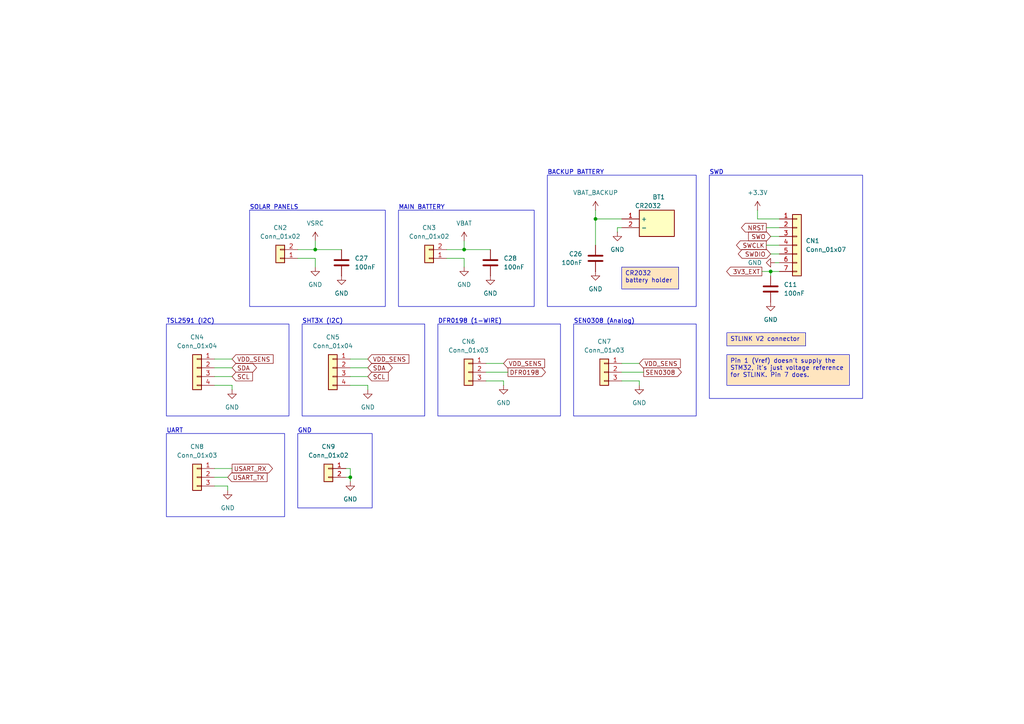
<source format=kicad_sch>
(kicad_sch (version 20250114) (generator "eeschema") (generator_version "9.0")
  (paper "A4")
  (lib_symbols
    (symbol "Connector_Generic:Conn_01x02" (pin_names (offset 1.016) (hide yes))
      (property "Reference" "J" (at 0 2.54 0))
      (property "Value" "Conn_01x02" (at 0 -5.08 0))
      (symbol "Conn_01x02_1_1"
        (rectangle (start -1.27 1.27) (end 1.27 -3.81) (stroke (width 0.254)) (fill (type background)))
        (rectangle (start -1.27 0.127) (end 0 -0.127) (stroke (width 0.1524)))
        (rectangle (start -1.27 -2.413) (end 0 -2.667) (stroke (width 0.1524)))
        (pin passive line (at -5.08 0 0) (length 3.81) (name "Pin_1") (number "1"))
        (pin passive line (at -5.08 -2.54 0) (length 3.81) (name "Pin_2") (number "2"))
      )
    )
    (symbol "Connector_Generic:Conn_01x03" (pin_names (offset 1.016) (hide yes))
      (property "Reference" "J" (at 0 5.08 0))
      (property "Value" "Conn_01x03" (at 0 -5.08 0))
      (symbol "Conn_01x03_1_1"
        (rectangle (start -1.27 3.81) (end 1.27 -3.81) (stroke (width 0.254)) (fill (type background)))
        (rectangle (start -1.27 2.667) (end 0 2.413) (stroke (width 0.1524)))
        (rectangle (start -1.27 0.127) (end 0 -0.127) (stroke (width 0.1524)))
        (rectangle (start -1.27 -2.413) (end 0 -2.667) (stroke (width 0.1524)))
        (pin passive line (at -5.08 2.54 0) (length 3.81) (name "Pin_1") (number "1"))
        (pin passive line (at -5.08 0 0) (length 3.81) (name "Pin_2") (number "2"))
        (pin passive line (at -5.08 -2.54 0) (length 3.81) (name "Pin_3") (number "3"))
      )
    )
    (symbol "Connector_Generic:Conn_01x04" (pin_names (offset 1.016) (hide yes))
      (property "Reference" "J" (at 0 5.08 0))
      (property "Value" "Conn_01x04" (at 0 -7.62 0))
      (symbol "Conn_01x04_1_1"
        (rectangle (start -1.27 3.81) (end 1.27 -6.35) (stroke (width 0.254)) (fill (type background)))
        (rectangle (start -1.27 2.667) (end 0 2.413) (stroke (width 0.1524)))
        (rectangle (start -1.27 0.127) (end 0 -0.127) (stroke (width 0.1524)))
        (rectangle (start -1.27 -2.413) (end 0 -2.667) (stroke (width 0.1524)))
        (rectangle (start -1.27 -4.953) (end 0 -5.207) (stroke (width 0.1524)))
        (pin passive line (at -5.08 2.54 0) (length 3.81) (name "Pin_1") (number "1"))
        (pin passive line (at -5.08 0 0) (length 3.81) (name "Pin_2") (number "2"))
        (pin passive line (at -5.08 -2.54 0) (length 3.81) (name "Pin_3") (number "3"))
        (pin passive line (at -5.08 -5.08 0) (length 3.81) (name "Pin_4") (number "4"))
      )
    )
    (symbol "Connector_Generic:Conn_01x07" (pin_names (offset 1.016) (hide yes))
      (property "Reference" "J" (at 0 10.16 0))
      (property "Value" "Conn_01x07" (at 0 -10.16 0))
      (symbol "Conn_01x07_1_1"
        (rectangle (start -1.27 8.89) (end 1.27 -8.89) (stroke (width 0.254)) (fill (type background)))
        (rectangle (start -1.27 7.747) (end 0 7.493) (stroke (width 0.1524)))
        (rectangle (start -1.27 5.207) (end 0 4.953) (stroke (width 0.1524)))
        (rectangle (start -1.27 2.667) (end 0 2.413) (stroke (width 0.1524)))
        (rectangle (start -1.27 0.127) (end 0 -0.127) (stroke (width 0.1524)))
        (rectangle (start -1.27 -2.413) (end 0 -2.667) (stroke (width 0.1524)))
        (rectangle (start -1.27 -4.953) (end 0 -5.207) (stroke (width 0.1524)))
        (rectangle (start -1.27 -7.493) (end 0 -7.747) (stroke (width 0.1524)))
        (pin passive line (at -5.08 7.62 0) (length 3.81) (name "Pin_1") (number "1"))
        (pin passive line (at -5.08 5.08 0) (length 3.81) (name "Pin_2") (number "2"))
        (pin passive line (at -5.08 2.54 0) (length 3.81) (name "Pin_3") (number "3"))
        (pin passive line (at -5.08 0 0) (length 3.81) (name "Pin_4") (number "4"))
        (pin passive line (at -5.08 -2.54 0) (length 3.81) (name "Pin_5") (number "5"))
        (pin passive line (at -5.08 -5.08 0) (length 3.81) (name "Pin_6") (number "6"))
        (pin passive line (at -5.08 -7.62 0) (length 3.81) (name "Pin_7") (number "7"))
      )
    )
    (symbol "Device:C" (pin_numbers (hide yes)) (pin_names (offset 0.254))
      (property "Reference" "C" (at 0.635 2.54 0))
      (property "Value" "C" (at 0.635 -2.54 0))
      (symbol "C_0_1"
        (polyline (pts (xy -2.032 0.762) (xy 2.032 0.762)) (stroke (width 0.508)))
        (polyline (pts (xy -2.032 -0.762) (xy 2.032 -0.762)) (stroke (width 0.508)))
      )
      (symbol "C_1_1"
        (pin passive line (at 0 3.81 270) (length 2.794) (name "~") (number "1"))
        (pin passive line (at 0 -3.81 90) (length 2.794) (name "~") (number "2"))
      )
    )
    (symbol "SMTU2032-C:SMTU2032-C"
      (property "Reference" "BT" (at 16.51 7.62 0))
      (property "Value" "SMTU2032-C" (at 16.51 5.08 0))
      (symbol "SMTU2032-C_1_1"
        (rectangle (start 5.08 2.54) (end 15.24 -5.08) (stroke (width 0.254)) (fill (type background)))
        (pin passive line (at 0 0 0) (length 5.08) (name "+") (number "1"))
        (pin passive line (at 0 -2.54 0) (length 5.08) (name "-") (number "2"))
      )
    )
    (symbol "power:+3.3V" (power) (pin_numbers (hide yes)) (pin_names (offset 0) (hide yes))
      (property "Value" "+3.3V" (at 0 3.556 0))
      (symbol "+3.3V_0_1"
        (polyline (pts (xy -0.762 1.27) (xy 0 2.54)))
        (polyline (pts (xy 0 2.54) (xy 0.762 1.27)))
        (polyline (pts (xy 0 0) (xy 0 2.54)))
      )
      (symbol "+3.3V_1_1"
        (pin power_in line (at 0 0 90) (length 0) (name "~") (number "1"))
      )
    )
    (symbol "power:GND" (power) (pin_numbers (hide yes)) (pin_names (offset 0) (hide yes))
      (property "Value" "GND" (at 0 -3.81 0))
      (symbol "GND_0_1"
        (polyline (pts (xy 0 0) (xy 0 -1.27) (xy 1.27 -1.27) (xy 0 -2.54) (xy -1.27 -1.27) (xy 0 -1.27)))
      )
      (symbol "GND_1_1"
        (pin power_in line (at 0 0 270) (length 0) (name "~") (number "1"))
      )
    )
  )
  (rectangle (start 48.26 93.98) (end 83.82 120.65))
  (rectangle (start 127 93.98) (end 162.56 120.65))
  (rectangle (start 86.36 125.73) (end 107.95 147.32))
  (rectangle (start 48.26 125.73) (end 82.55 149.86))
  (rectangle (start 166.37 93.98) (end 201.93 120.65))
  (rectangle (start 158.75 50.8) (end 201.93 88.9))
  (rectangle (start 205.74 50.8) (end 250.19 115.57))
  (rectangle (start 87.63 93.98) (end 123.19 120.65))
  (rectangle (start 115.57 60.96) (end 154.94 88.9))
  (rectangle (start 72.39 60.96) (end 111.76 88.9))
  (text "MAIN BATTERY" (at 115.57 60.96 0) (effects (font (size 1.27 1.27) (thickness 0.1905)) (justify left bottom)))
  (text "SEN0308 (Analog)" (at 166.37 93.98 0) (effects (font (size 1.27 1.27) (thickness 0.1905)) (justify left bottom)))
  (text "SHT3X (I2C)" (at 87.63 93.98 0) (effects (font (size 1.27 1.27) (thickness 0.1905)) (justify left bottom)))
  (text "BACKUP BATTERY" (at 158.75 50.8 0) (effects (font (size 1.27 1.27) (thickness 0.1905)) (justify left bottom)))
  (text "DFR0198 (1-WIRE)" (at 127 93.98 0) (effects (font (size 1.27 1.27) (thickness 0.1905)) (justify left bottom)))
  (text "GND" (at 86.36 125.73 0) (effects (font (size 1.27 1.27) (thickness 0.1905)) (justify left bottom)))
  (text "SOLAR PANELS" (at 72.39 60.96 0) (effects (font (size 1.27 1.27) (thickness 0.1905)) (justify left bottom)))
  (text "SWD" (at 205.74 50.8 0) (effects (font (size 1.27 1.27) (thickness 0.1905)) (justify left bottom)))
  (text "TSL2591 (I2C)" (at 48.26 93.98 0) (effects (font (size 1.27 1.27) (thickness 0.1905)) (justify left bottom)))
  (text "UART" (at 48.26 125.73 0) (effects (font (size 1.27 1.27) (thickness 0.1905)) (justify left bottom)))
  (text_box "STLINK V2 connector" (at 210.82 96.52 0) (size 22.86 3.81) (margins 0.9525 0.9525 0.9525 0.9525) (fill (type color) (color 255 229 191 1)) (effects (font (size 1.27 1.27) (thickness 0.1588)) (justify left top)))
  (text_box "Pin 1 (Vref) doesn't supply the STM32, it's just voltage reference for STLINK. Pin 7 does." (at 210.82 102.87 0) (size 35.56 8.89) (margins 0.9525 0.9525 0.9525 0.9525) (fill (type color) (color 255 229 191 1)) (effects (font (size 1.27 1.27) (thickness 0.1588)) (justify left top)))
  (text_box "CR2032 battery holder" (at 180.34 77.47 0) (size 16.51 6.35) (margins 0.9525 0.9525 0.9525 0.9525) (fill (type color) (color 255 229 191 1)) (effects (font (size 1.27 1.27) (thickness 0.1588)) (justify left top)))
  (junction (at 134.62 72.39))
  (junction (at 172.72 63.5))
  (junction (at 91.44 72.39))
  (junction (at 101.6 138.43))
  (junction (at 223.52 78.74))
  (wire (pts (xy 101.6 109.22) (xy 106.68 109.22)))
  (wire (pts (xy 91.44 74.93) (xy 91.44 77.47)))
  (wire (pts (xy 223.52 73.66) (xy 226.06 73.66)))
  (wire (pts (xy 62.23 104.14) (xy 67.31 104.14)))
  (wire (pts (xy 91.44 72.39) (xy 91.44 69.85)))
  (wire (pts (xy 180.34 105.41) (xy 185.42 105.41)))
  (wire (pts (xy 86.36 74.93) (xy 91.44 74.93)))
  (wire (pts (xy 106.68 111.76) (xy 106.68 113.03)))
  (wire (pts (xy 100.33 135.89) (xy 101.6 135.89)))
  (wire (pts (xy 140.97 107.95) (xy 147.32 107.95)))
  (wire (pts (xy 172.72 63.5) (xy 172.72 71.12)))
  (wire (pts (xy 134.62 72.39) (xy 142.24 72.39)))
  (wire (pts (xy 140.97 105.41) (xy 146.05 105.41)))
  (wire (pts (xy 67.31 111.76) (xy 67.31 113.03)))
  (wire (pts (xy 100.33 138.43) (xy 101.6 138.43)))
  (wire (pts (xy 66.04 140.97) (xy 66.04 142.24)))
  (wire (pts (xy 146.05 110.49) (xy 146.05 111.76)))
  (wire (pts (xy 62.23 111.76) (xy 67.31 111.76)))
  (wire (pts (xy 223.52 78.74) (xy 226.06 78.74)))
  (wire (pts (xy 220.98 78.74) (xy 223.52 78.74)))
  (wire (pts (xy 185.42 110.49) (xy 185.42 111.76)))
  (wire (pts (xy 62.23 109.22) (xy 67.31 109.22)))
  (wire (pts (xy 62.23 138.43) (xy 66.04 138.43)))
  (wire (pts (xy 134.62 74.93) (xy 134.62 77.47)))
  (wire (pts (xy 62.23 140.97) (xy 66.04 140.97)))
  (wire (pts (xy 180.34 107.95) (xy 186.69 107.95)))
  (wire (pts (xy 180.34 110.49) (xy 185.42 110.49)))
  (wire (pts (xy 172.72 63.5) (xy 180.34 63.5)))
  (wire (pts (xy 222.25 66.04) (xy 226.06 66.04)))
  (wire (pts (xy 129.54 74.93) (xy 134.62 74.93)))
  (wire (pts (xy 101.6 106.68) (xy 106.68 106.68)))
  (wire (pts (xy 223.52 68.58) (xy 226.06 68.58)))
  (wire (pts (xy 172.72 60.96) (xy 172.72 63.5)))
  (wire (pts (xy 101.6 111.76) (xy 106.68 111.76)))
  (wire (pts (xy 62.23 106.68) (xy 67.31 106.68)))
  (wire (pts (xy 219.71 60.96) (xy 219.71 63.5)))
  (wire (pts (xy 101.6 104.14) (xy 106.68 104.14)))
  (wire (pts (xy 129.54 72.39) (xy 134.62 72.39)))
  (wire (pts (xy 219.71 63.5) (xy 226.06 63.5)))
  (wire (pts (xy 91.44 72.39) (xy 99.06 72.39)))
  (wire (pts (xy 179.07 66.04) (xy 179.07 67.31)))
  (wire (pts (xy 86.36 72.39) (xy 91.44 72.39)))
  (wire (pts (xy 223.52 78.74) (xy 223.52 80.01)))
  (wire (pts (xy 179.07 66.04) (xy 180.34 66.04)))
  (wire (pts (xy 101.6 138.43) (xy 101.6 139.7)))
  (wire (pts (xy 222.25 71.12) (xy 226.06 71.12)))
  (wire (pts (xy 101.6 135.89) (xy 101.6 138.43)))
  (wire (pts (xy 134.62 72.39) (xy 134.62 69.85)))
  (wire (pts (xy 62.23 135.89) (xy 67.31 135.89)))
  (wire (pts (xy 140.97 110.49) (xy 146.05 110.49)))
  (wire (pts (xy 224.79 76.2) (xy 226.06 76.2)))
  (global_label "DFR0198" (shape output) (at 147.32 107.95 0) (property "Intersheetrefs" "${INTERSHEET_REFS}" (effects (hide yes))))
  (global_label "SEN0308" (shape output) (at 186.69 107.95 0) (property "Intersheetrefs" "${INTERSHEET_REFS}" (effects (hide yes))))
  (global_label "VDD_SENS" (shape input) (at 185.42 105.41 0) (property "Intersheetrefs" "${INTERSHEET_REFS}" (effects (hide yes))))
  (global_label "USART_TX" (shape input) (at 66.04 138.43 0) (property "Intersheetrefs" "${INTERSHEET_REFS}" (effects (hide yes))))
  (global_label "USART_RX" (shape output) (at 67.31 135.89 0) (property "Intersheetrefs" "${INTERSHEET_REFS}" (effects (hide yes))))
  (global_label "NRST" (shape output) (at 222.25 66.04 180) (property "Intersheetrefs" "${INTERSHEET_REFS}" (effects (hide yes))))
  (global_label "SWO" (shape input) (at 223.52 68.58 180) (property "Intersheetrefs" "${INTERSHEET_REFS}" (effects (hide yes))))
  (global_label "VDD_SENS" (shape input) (at 146.05 105.41 0) (property "Intersheetrefs" "${INTERSHEET_REFS}" (effects (hide yes))))
  (global_label "VDD_SENS" (shape input) (at 67.31 104.14 0) (property "Intersheetrefs" "${INTERSHEET_REFS}" (effects (hide yes))))
  (global_label "VDD_SENS" (shape input) (at 106.68 104.14 0) (property "Intersheetrefs" "${INTERSHEET_REFS}" (effects (hide yes))))
  (global_label "3V3_EXT" (shape output) (at 220.98 78.74 180) (property "Intersheetrefs" "${INTERSHEET_REFS}" (effects (hide yes))))
  (global_label "SWCLK" (shape output) (at 222.25 71.12 180) (property "Intersheetrefs" "${INTERSHEET_REFS}" (effects (hide yes))))
  (global_label "SCL" (shape input) (at 106.68 109.22 0) (property "Intersheetrefs" "${INTERSHEET_REFS}" (effects (hide yes))))
  (global_label "SCL" (shape input) (at 67.31 109.22 0) (property "Intersheetrefs" "${INTERSHEET_REFS}" (effects (hide yes))))
  (global_label "SDA" (shape bidirectional) (at 106.68 106.68 0) (property "Intersheetrefs" "${INTERSHEET_REFS}" (effects (hide yes))))
  (global_label "SWDIO" (shape bidirectional) (at 223.52 73.66 180) (property "Intersheetrefs" "${INTERSHEET_REFS}" (effects (hide yes))))
  (global_label "SDA" (shape bidirectional) (at 67.31 106.68 0) (property "Intersheetrefs" "${INTERSHEET_REFS}" (effects (hide yes))))
  (symbol (lib_id "Connector_Generic:Conn_01x03") (at 57.15 138.43 0) (mirror y) (unit 1)
    (property "Reference" "CN8" (at 57.15 129.54 0))
    (property "Value" "Conn_01x03" (at 57.15 132.08 0))
    (property "Footprint" "Connector_PinHeader_2.54mm:PinHeader_1x03_P2.54mm_Vertical" (effects (hide yes)))
    (property "Description" "01x03 2.54mm Pin Header Vertical" (effects (hide yes)))
    (property "Supplier Part Type" "-" (effects (hide yes)))
  )
  (symbol (lib_id "power:GND") (at 185.42 111.76 0) (unit 1)
    (property "Reference" "#PWR065" (effects (hide yes)))
    (property "Value" "GND" (at 185.42 116.84 0))
    (property "Description" "Power symbol creates a global label with name \"GND\" , ground" (effects (hide yes)))
  )
  (symbol (lib_id "power:GND") (at 142.24 80.01 0) (unit 1)
    (property "Reference" "#PWR076" (effects (hide yes)))
    (property "Value" "GND" (at 142.24 85.09 0))
    (property "Description" "Power symbol creates a global label with name \"GND\" , ground" (effects (hide yes)))
  )
  (symbol (lib_id "power:GND") (at 179.07 67.31 0) (unit 1)
    (property "Reference" "#PWR040" (effects (hide yes)))
    (property "Value" "GND" (at 179.07 72.39 0))
    (property "Description" "Power symbol creates a global label with name \"GND\" , ground" (effects (hide yes)))
  )
  (symbol (lib_id "SMTU2032-C:SMTU2032-C") (at 180.34 63.5 0) (unit 1)
    (property "Reference" "BT1" (at 189.23 57.15 0) (effects (justify left)))
    (property "Value" "CR2032" (at 184.15 59.69 0) (effects (justify left)))
    (property "Footprint" "PZG_Batteries:SMTU2032C" (effects (hide yes)))
    (property "Datasheet" "https://www.mouser.co.uk/datasheet/2/346/SMTU2032-C-258020.pdf" (effects (hide yes)))
    (property "Description" "CR2032 Coin Cell Battery Holders SMD" (effects (hide yes)))
    (property "Component" "SMTU2032-C" (effects (hide yes)))
    (property "Manufacturer" "Renata" (effects (hide yes)))
    (property "Package" "SMD" (effects (hide yes)))
    (property "Supplier" "Mouser" (effects (hide yes)))
    (property "Supplier Part #" "614-SMTU2032-C" (effects (hide yes)))
    (property "Supplier Part Type" "-" (effects (hide yes)))
  )
  (symbol (lib_id "Connector_Generic:Conn_01x04") (at 57.15 106.68 0) (mirror y) (unit 1)
    (property "Reference" "CN4" (at 57.15 97.79 0))
    (property "Value" "Conn_01x04" (at 57.15 100.33 0))
    (property "Footprint" "Connector_PinHeader_2.54mm:PinHeader_1x04_P2.54mm_Horizontal" (effects (hide yes)))
    (property "Description" "01x04 2.54mm Pin Header Horizontal" (effects (hide yes)))
    (property "Supplier Part Type" "-" (effects (hide yes)))
  )
  (symbol (lib_id "Connector_Generic:Conn_01x03") (at 175.26 107.95 0) (mirror y) (unit 1)
    (property "Reference" "CN7" (at 175.26 99.06 0))
    (property "Value" "Conn_01x03" (at 175.26 101.6 0))
    (property "Footprint" "Connector_PinHeader_2.54mm:PinHeader_1x03_P2.54mm_Horizontal" (effects (hide yes)))
    (property "Description" "01x03 2.54mm Pin Header Horizontal" (effects (hide yes)))
    (property "Supplier Part Type" "-" (effects (hide yes)))
  )
  (symbol (lib_id "Connector_Generic:Conn_01x04") (at 96.52 106.68 0) (mirror y) (unit 1)
    (property "Reference" "CN5" (at 96.52 97.79 0))
    (property "Value" "Conn_01x04" (at 96.52 100.33 0))
    (property "Footprint" "Connector_PinHeader_2.54mm:PinHeader_1x04_P2.54mm_Horizontal" (effects (hide yes)))
    (property "Description" "01x04 2.54mm Pin Header Horizontal" (effects (hide yes)))
    (property "Supplier Part Type" "-" (effects (hide yes)))
  )
  (symbol (lib_id "power:GND") (at 134.62 77.47 0) (unit 1)
    (property "Reference" "#PWR075" (effects (hide yes)))
    (property "Value" "GND" (at 134.62 82.55 0))
    (property "Description" "Power symbol creates a global label with name \"GND\" , ground" (effects (hide yes)))
  )
  (symbol (lib_id "power:GND") (at 66.04 142.24 0) (unit 1)
    (property "Reference" "#PWR036" (effects (hide yes)))
    (property "Value" "GND" (at 66.04 147.32 0))
    (property "Description" "Power symbol creates a global label with name \"GND\" , ground" (effects (hide yes)))
  )
  (symbol (lib_id "Connector_Generic:Conn_01x03") (at 135.89 107.95 0) (mirror y) (unit 1)
    (property "Reference" "CN6" (at 135.89 99.06 0))
    (property "Value" "Conn_01x03" (at 135.89 101.6 0))
    (property "Footprint" "Connector_PinHeader_2.54mm:PinHeader_1x03_P2.54mm_Horizontal" (effects (hide yes)))
    (property "Description" "01x03 2.54mm Pin Header Horizontal" (effects (hide yes)))
    (property "Supplier Part Type" "-" (effects (hide yes)))
  )
  (symbol (lib_id "power:GND") (at 223.52 87.63 0) (unit 1)
    (property "Reference" "#PWR013" (effects (hide yes)))
    (property "Value" "GND" (at 223.52 92.71 0))
    (property "Description" "Power symbol creates a global label with name \"GND\" , ground" (effects (hide yes)))
  )
  (symbol (lib_id "Connector_Generic:Conn_01x02") (at 95.25 135.89 0) (mirror y) (unit 1)
    (property "Reference" "CN9" (at 95.25 129.54 0))
    (property "Value" "Conn_01x02" (at 95.25 132.08 0))
    (property "Footprint" "Connector_PinHeader_2.54mm:PinHeader_1x02_P2.54mm_Vertical" (effects (hide yes)))
    (property "Description" "01x02 2.54mm Pin Header Vertical" (effects (hide yes)))
    (property "Supplier Part Type" "-" (effects (hide yes)))
  )
  (symbol (lib_id "power:GND") (at 224.79 76.2 270) (mirror x) (unit 1)
    (property "Reference" "#PWR072" (effects (hide yes)))
    (property "Value" "GND" (at 220.98 76.1999 90) (effects (justify right)))
    (property "Description" "Power symbol creates a global label with name \"GND\" , ground" (effects (hide yes)))
  )
  (symbol (lib_id "power:+3.3V") (at 219.71 60.96 0) (unit 1)
    (property "Reference" "#PWR071" (effects (hide yes)))
    (property "Value" "+3.3V" (at 219.71 55.88 0))
    (property "Description" "Power symbol creates a global label with name \"+3.3V\"" (effects (hide yes)))
  )
  (symbol (lib_id "power:+3.3V") (at 134.62 69.85 0) (unit 1)
    (property "Reference" "#PWR054" (effects (hide yes)))
    (property "Value" "VBAT" (at 134.62 64.77 0))
    (property "Description" "Power symbol creates a global label with name \"+3.3V\"" (effects (hide yes)))
  )
  (symbol (lib_id "Device:C") (at 172.72 74.93 0) (mirror x) (unit 1)
    (property "Reference" "C26" (at 168.91 73.6599 0) (effects (justify right)))
    (property "Value" "100nF" (at 168.91 76.1999 0) (effects (justify right)))
    (property "Footprint" "Capacitor_SMD:C_0402_1005Metric" (effects (hide yes)))
    (property "Description" "100nF 16V X7R ±10% 0402 Multilayer Ceramic Capacitors SMD" (effects (hide yes)))
    (property "Component" "CL05B104KO5NNNC" (effects (hide yes)))
    (property "Package" "0402" (effects (hide yes)))
    (property "Manufacturer" "Samsung" (effects (hide yes)))
    (property "Supplier Part #" "C1525" (effects (hide yes)))
    (property "Supplier" "JLCPCB" (effects (hide yes)))
    (property "Supplier Part Type" "Basic" (effects (hide yes)))
  )
  (symbol (lib_id "power:GND") (at 172.72 78.74 0) (unit 1)
    (property "Reference" "#PWR048" (effects (hide yes)))
    (property "Value" "GND" (at 172.72 83.82 0))
    (property "Description" "Power symbol creates a global label with name \"GND\" , ground" (effects (hide yes)))
  )
  (symbol (lib_id "power:+3.3V") (at 91.44 69.85 0) (unit 1)
    (property "Reference" "#PWR055" (effects (hide yes)))
    (property "Value" "VSRC" (at 91.44 64.77 0))
    (property "Description" "Power symbol creates a global label with name \"+3.3V\"" (effects (hide yes)))
  )
  (symbol (lib_id "Connector_Generic:Conn_01x02") (at 81.28 74.93 180) (unit 1)
    (property "Reference" "CN2" (at 81.28 66.04 0))
    (property "Value" "Conn_01x02" (at 81.28 68.58 0))
    (property "Footprint" "Connector_JST:JST_EH_S2B-EH_1x02_P2.50mm_Horizontal" (effects (hide yes)))
    (property "Supplier Part Type" "-" (effects (hide yes)))
  )
  (symbol (lib_id "power:GND") (at 99.06 80.01 0) (unit 1)
    (property "Reference" "#PWR058" (effects (hide yes)))
    (property "Value" "GND" (at 99.06 85.09 0))
    (property "Description" "Power symbol creates a global label with name \"GND\" , ground" (effects (hide yes)))
  )
  (symbol (lib_id "Connector_Generic:Conn_01x07") (at 231.14 71.12 0) (unit 1)
    (property "Reference" "CN1" (at 233.68 69.8499 0) (effects (justify left)))
    (property "Value" "Conn_01x07" (at 233.68 72.3899 0) (effects (justify left)))
    (property "Footprint" "Connector_PinHeader_2.54mm:PinHeader_1x07_P2.54mm_Vertical" (effects (hide yes)))
    (property "Description" "Generic connector, single row, 01x07, script generated (kicad-library-utils/schlib/autogen/connector/)" (effects (hide yes)))
  )
  (symbol (lib_id "Device:C") (at 223.52 83.82 180) (unit 1)
    (property "Reference" "C11" (at 227.33 82.5499 0) (effects (justify right)))
    (property "Value" "100nF" (at 227.33 85.0899 0) (effects (justify right)))
    (property "Footprint" "Capacitor_SMD:C_0402_1005Metric" (effects (hide yes)))
    (property "Description" "100nF 16V X7R ±10% 0402 Multilayer Ceramic Capacitors SMD" (effects (hide yes)))
    (property "Component" "CL05B104KO5NNNC" (effects (hide yes)))
    (property "Package" "0402" (effects (hide yes)))
    (property "Manufacturer" "Samsung" (effects (hide yes)))
    (property "Supplier Part #" "C1525" (effects (hide yes)))
    (property "Supplier" "JLCPCB" (effects (hide yes)))
    (property "Supplier Part Type" "Basic" (effects (hide yes)))
  )
  (symbol (lib_id "power:GND") (at 67.31 113.03 0) (unit 1)
    (property "Reference" "#PWR060" (effects (hide yes)))
    (property "Value" "GND" (at 67.31 118.11 0))
    (property "Description" "Power symbol creates a global label with name \"GND\" , ground" (effects (hide yes)))
  )
  (symbol (lib_id "power:GND") (at 101.6 139.7 0) (unit 1)
    (property "Reference" "#PWR073" (effects (hide yes)))
    (property "Value" "GND" (at 101.6 144.78 0))
    (property "Description" "Power symbol creates a global label with name \"GND\" , ground" (effects (hide yes)))
  )
  (symbol (lib_id "power:GND") (at 106.68 113.03 0) (unit 1)
    (property "Reference" "#PWR061" (effects (hide yes)))
    (property "Value" "GND" (at 106.68 118.11 0))
    (property "Description" "Power symbol creates a global label with name \"GND\" , ground" (effects (hide yes)))
  )
  (symbol (lib_id "power:+3.3V") (at 172.72 60.96 0) (unit 1)
    (property "Reference" "#PWR067" (effects (hide yes)))
    (property "Value" "VBAT_BACKUP" (at 172.72 55.88 0))
    (property "Description" "Power symbol creates a global label with name \"+3.3V\"" (effects (hide yes)))
  )
  (symbol (lib_id "power:GND") (at 146.05 111.76 0) (unit 1)
    (property "Reference" "#PWR063" (effects (hide yes)))
    (property "Value" "GND" (at 146.05 116.84 0))
    (property "Description" "Power symbol creates a global label with name \"GND\" , ground" (effects (hide yes)))
  )
  (symbol (lib_id "Device:C") (at 142.24 76.2 180) (unit 1)
    (property "Reference" "C28" (at 146.05 74.9299 0) (effects (justify right)))
    (property "Value" "100nF" (at 146.05 77.4699 0) (effects (justify right)))
    (property "Footprint" "Capacitor_SMD:C_0402_1005Metric" (effects (hide yes)))
    (property "Description" "100nF 16V X7R ±10% 0402 Multilayer Ceramic Capacitors SMD" (effects (hide yes)))
    (property "Component" "CL05B104KO5NNNC" (effects (hide yes)))
    (property "Package" "0402" (effects (hide yes)))
    (property "Manufacturer" "Samsung" (effects (hide yes)))
    (property "Supplier Part #" "C1525" (effects (hide yes)))
    (property "Supplier" "JLCPCB" (effects (hide yes)))
    (property "Supplier Part Type" "Basic" (effects (hide yes)))
  )
  (symbol (lib_id "power:GND") (at 91.44 77.47 0) (unit 1)
    (property "Reference" "#PWR057" (effects (hide yes)))
    (property "Value" "GND" (at 91.44 82.55 0))
    (property "Description" "Power symbol creates a global label with name \"GND\" , ground" (effects (hide yes)))
  )
  (symbol (lib_id "Connector_Generic:Conn_01x02") (at 124.46 74.93 180) (unit 1)
    (property "Reference" "CN3" (at 124.46 66.04 0))
    (property "Value" "Conn_01x02" (at 124.46 68.58 0))
    (property "Footprint" "Connector_JST:JST_EH_S2B-EH_1x02_P2.50mm_Horizontal" (effects (hide yes)))
    (property "Supplier Part Type" "-" (effects (hide yes)))
  )
  (symbol (lib_id "Device:C") (at 99.06 76.2 180) (unit 1)
    (property "Reference" "C27" (at 102.87 74.9299 0) (effects (justify right)))
    (property "Value" "100nF" (at 102.87 77.4699 0) (effects (justify right)))
    (property "Footprint" "Capacitor_SMD:C_0402_1005Metric" (effects (hide yes)))
    (property "Description" "100nF 16V X7R ±10% 0402 Multilayer Ceramic Capacitors SMD" (effects (hide yes)))
    (property "Component" "CL05B104KO5NNNC" (effects (hide yes)))
    (property "Package" "0402" (effects (hide yes)))
    (property "Manufacturer" "Samsung" (effects (hide yes)))
    (property "Supplier Part #" "C1525" (effects (hide yes)))
    (property "Supplier" "JLCPCB" (effects (hide yes)))
    (property "Supplier Part Type" "Basic" (effects (hide yes)))
  )
)
</source>
